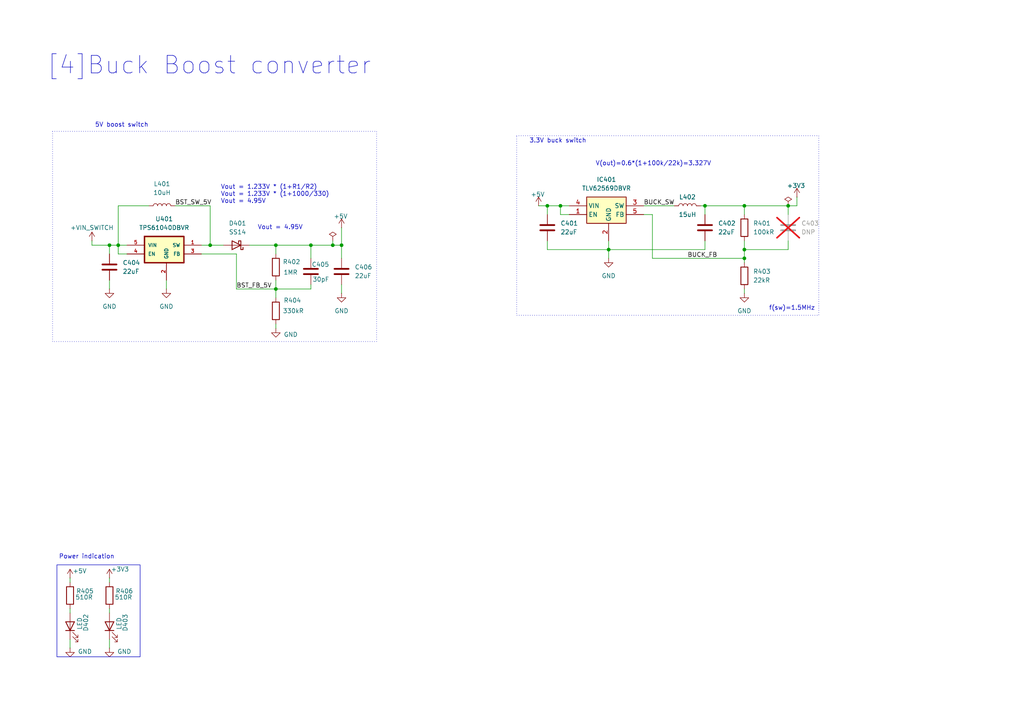
<source format=kicad_sch>
(kicad_sch (version 20250114) (generator "eeschema") (generator_version "9.0")
  (paper "A4")
  (lib_symbols
    (symbol "Device:C" (pin_numbers (hide yes)) (pin_names (offset 0.254))
      (property "Reference" "C" (at 0.635 2.54 0))
      (property "Value" "C" (at 0.635 -2.54 0))
      (symbol "C_0_1"
        (polyline (pts (xy -2.032 0.762) (xy 2.032 0.762)) (stroke (width 0.508)))
        (polyline (pts (xy -2.032 -0.762) (xy 2.032 -0.762)) (stroke (width 0.508)))
      )
      (symbol "C_1_1"
        (pin passive line (at 0 3.81 270) (length 2.794) (name "~") (number "1"))
        (pin passive line (at 0 -3.81 90) (length 2.794) (name "~") (number "2"))
      )
    )
    (symbol "Device:L" (pin_numbers (hide yes)) (pin_names (offset 1.016) (hide yes))
      (property "Reference" "L" (at -1.27 0 90))
      (property "Value" "L" (at 1.905 0 90))
      (symbol "L_0_1"
        (arc (start 0 2.54) (mid 0.6323 1.905) (end 0 1.27))
        (arc (start 0 1.27) (mid 0.6323 0.635) (end 0 0))
        (arc (start 0 0) (mid 0.6323 -0.635) (end 0 -1.27))
        (arc (start 0 -1.27) (mid 0.6323 -1.905) (end 0 -2.54))
      )
      (symbol "L_1_1"
        (pin passive line (at 0 3.81 270) (length 1.27) (name "1") (number "1"))
        (pin passive line (at 0 -3.81 90) (length 1.27) (name "2") (number "2"))
      )
    )
    (symbol "Device:LED" (pin_numbers (hide yes)) (pin_names (offset 1.016) (hide yes))
      (property "Reference" "D" (at 0 2.54 0))
      (property "Value" "LED" (at 0 -2.54 0))
      (symbol "LED_0_1"
        (polyline (pts (xy -3.048 -0.762) (xy -4.572 -2.286) (xy -3.81 -2.286) (xy -4.572 -2.286) (xy -4.572 -1.524)))
        (polyline (pts (xy -1.778 -0.762) (xy -3.302 -2.286) (xy -2.54 -2.286) (xy -3.302 -2.286) (xy -3.302 -1.524)))
        (polyline (pts (xy -1.27 0) (xy 1.27 0)))
        (polyline (pts (xy -1.27 -1.27) (xy -1.27 1.27)) (stroke (width 0.254)))
        (polyline (pts (xy 1.27 -1.27) (xy 1.27 1.27) (xy -1.27 0) (xy 1.27 -1.27)) (stroke (width 0.254)))
      )
      (symbol "LED_1_1"
        (pin passive line (at -3.81 0 0) (length 2.54) (name "K") (number "1"))
        (pin passive line (at 3.81 0 180) (length 2.54) (name "A") (number "2"))
      )
    )
    (symbol "Device:R" (pin_numbers (hide yes)) (pin_names (offset 0))
      (property "Reference" "R" (at 2.032 0 90))
      (property "Value" "R" (at 0 0 90))
      (symbol "R_0_1"
        (rectangle (start -1.016 -2.54) (end 1.016 2.54) (stroke (width 0.254)))
      )
      (symbol "R_1_1"
        (pin passive line (at 0 3.81 270) (length 1.27) (name "~") (number "1"))
        (pin passive line (at 0 -3.81 90) (length 1.27) (name "~") (number "2"))
      )
    )
    (symbol "Diode:SS14" (pin_numbers (hide yes)) (pin_names (offset 1.016) (hide yes))
      (property "Reference" "D" (at 0 2.54 0))
      (property "Value" "SS14" (at 0 -2.54 0))
      (symbol "SS14_0_1"
        (polyline (pts (xy -1.905 0.635) (xy -1.905 1.27) (xy -1.27 1.27) (xy -1.27 -1.27) (xy -0.635 -1.27) (xy -0.635 -0.635)) (stroke (width 0.254)))
        (polyline (pts (xy 1.27 1.27) (xy 1.27 -1.27) (xy -1.27 0) (xy 1.27 1.27)) (stroke (width 0.254)))
        (polyline (pts (xy 1.27 0) (xy -1.27 0)))
      )
      (symbol "SS14_1_1"
        (pin passive line (at -3.81 0 0) (length 2.54) (name "K") (number "1"))
        (pin passive line (at 3.81 0 180) (length 2.54) (name "A") (number "2"))
      )
    )
    (symbol "power:+3.3V" (power) (pin_numbers (hide yes)) (pin_names (offset 0) (hide yes))
      (property "Value" "+3.3V" (at 0 3.556 0))
      (symbol "+3.3V_0_1"
        (polyline (pts (xy -0.762 1.27) (xy 0 2.54)))
        (polyline (pts (xy 0 2.54) (xy 0.762 1.27)))
        (polyline (pts (xy 0 0) (xy 0 2.54)))
      )
      (symbol "+3.3V_1_1"
        (pin power_in line (at 0 0 90) (length 0) (name "~") (number "1"))
      )
    )
    (symbol "power:+5V" (power) (pin_numbers (hide yes)) (pin_names (offset 0) (hide yes))
      (property "Value" "+5V" (at 0 3.556 0))
      (symbol "+5V_0_1"
        (polyline (pts (xy -0.762 1.27) (xy 0 2.54)))
        (polyline (pts (xy 0 2.54) (xy 0.762 1.27)))
        (polyline (pts (xy 0 0) (xy 0 2.54)))
      )
      (symbol "+5V_1_1"
        (pin power_in line (at 0 0 90) (length 0) (name "~") (number "1"))
      )
    )
    (symbol "power:GND" (power) (pin_numbers (hide yes)) (pin_names (offset 0) (hide yes))
      (property "Value" "GND" (at 0 -3.81 0))
      (symbol "GND_0_1"
        (polyline (pts (xy 0 0) (xy 0 -1.27) (xy 1.27 -1.27) (xy 0 -2.54) (xy -1.27 -1.27) (xy 0 -1.27)))
      )
      (symbol "GND_1_1"
        (pin power_in line (at 0 0 270) (length 0) (name "~") (number "1"))
      )
    )
    (symbol "power:PWR_FLAG" (power) (pin_numbers (hide yes)) (pin_names (offset 0) (hide yes))
      (property "Value" "PWR_FLAG" (at 0 3.81 0))
      (symbol "PWR_FLAG_0_0"
        (pin power_out line (at 0 0 90) (length 0) (name "~") (number "1"))
      )
      (symbol "PWR_FLAG_0_1"
        (polyline (pts (xy 0 0) (xy 0 1.27) (xy -1.016 1.905) (xy 0 2.54) (xy 1.016 1.905) (xy 0 1.27)))
      )
    )
    (symbol "psu:TLV62569DBVR"
      (property "Reference" "IC" (at 10.414 4.572 0))
      (property "Value" "TLV62569DBVR" (at 10.414 2.032 0))
      (symbol "TLV62569DBVR_1_1"
        (rectangle (start 0 0) (end 11.43 -7.62) (stroke (width 0.254)) (fill (type background)))
        (pin passive line (at -5.08 -2.54 0) (length 5.08) (name "VIN") (number "4"))
        (pin passive line (at -5.08 -5.08 0) (length 5.08) (name "EN") (number "1"))
        (pin passive line (at 6.35 -12.7 90) (length 5.08) (name "GND") (number "2"))
        (pin passive line (at 16.51 -2.54 180) (length 5.08) (name "SW") (number "3"))
        (pin passive line (at 16.51 -5.08 180) (length 5.08) (name "FB") (number "5"))
      )
    )
    (symbol "psu:TPS61040DBVR" (pin_names (offset 1.016))
      (property "Reference" "U" (at 0 1 0))
      (property "Value" "TPS61040DBVR" (at -0.508 -16.51 0))
      (symbol "TPS61040DBVR_0_0"
        (rectangle (start 0 0) (end 11.43 -7.62) (stroke (width 0.41)) (fill (type background)))
        (pin input line (at -5.08 -2.54 0) (length 5.08) (name "VIN") (number "5"))
        (pin input line (at -5.08 -5.08 0) (length 5.08) (name "EN") (number "4"))
        (pin power_in line (at 6.35 -12.7 90) (length 5.08) (name "GND") (number "2"))
        (pin bidirectional line (at 16.51 -2.54 180) (length 5.08) (name "SW") (number "1"))
        (pin input line (at 16.51 -5.08 180) (length 5.08) (name "FB") (number "3"))
      )
    )
  )
  (rectangle (start 16.51 163.83) (end 40.64 190.5))
  (rectangle (start 149.86 39.37) (end 237.49 91.44) (stroke (width 0) (type dot)))
  (rectangle (start 15.24 38.1) (end 109.22 99.06) (stroke (width 0) (type dot)))
  (text "Vout = 1.233V * (1+R1/R2)\nVout = 1.233V * (1+1000/330)\nVout = 4.95V" (at 64.008 56.388 0) (effects (font (size 1.27 1.27)) (justify left)))
  (text "[4]Buck Boost converter" (at 60.706 19.05 0) (effects (font (size 5.08 5.08))))
  (text "Vout = 4.95V" (at 81.28 66.04 0) (effects (font (size 1.27 1.27))))
  (text "3.3V buck switch" (at 161.798 40.894 0) (effects (font (size 1.27 1.27))))
  (text "Power indication" (at 25.146 161.544 0) (effects (font (size 1.27 1.27))))
  (text "V(out)=0.6*(1+100k/22k)=3.327V" (at 172.72 48.26 0) (effects (font (size 1.27 1.27)) (justify left bottom)))
  (text "f(sw)=1.5MHz" (at 223.012 90.17 0) (effects (font (size 1.27 1.27)) (justify left bottom)))
  (text "5V boost switch" (at 35.306 36.322 0) (effects (font (size 1.27 1.27))))
  (junction (at 90.17 71.12))
  (junction (at 215.9 72.39))
  (junction (at 34.29 71.12))
  (junction (at 158.75 59.69))
  (junction (at 176.53 72.39))
  (junction (at 99.06 71.12))
  (junction (at 228.6 59.69))
  (junction (at 215.9 74.93))
  (junction (at 215.9 59.69))
  (junction (at 60.96 71.12))
  (junction (at 80.01 71.12))
  (junction (at 204.47 59.69))
  (junction (at 96.52 71.12))
  (junction (at 162.56 59.69))
  (junction (at 31.75 71.12))
  (junction (at 80.01 83.82))
  (wire (pts (xy 48.26 81.28) (xy 48.26 83.82)))
  (wire (pts (xy 26.67 71.12) (xy 26.67 69.85)))
  (wire (pts (xy 31.75 83.82) (xy 31.75 81.28)))
  (wire (pts (xy 90.17 83.82) (xy 80.01 83.82)))
  (wire (pts (xy 158.75 72.39) (xy 176.53 72.39)))
  (wire (pts (xy 231.14 57.15) (xy 231.14 59.69)))
  (wire (pts (xy 50.8 59.69) (xy 60.96 59.69)))
  (wire (pts (xy 215.9 72.39) (xy 228.6 72.39)))
  (wire (pts (xy 68.58 83.82) (xy 68.58 73.66)))
  (wire (pts (xy 228.6 59.69) (xy 228.6 62.23)))
  (wire (pts (xy 215.9 69.85) (xy 215.9 72.39)))
  (wire (pts (xy 204.47 59.69) (xy 203.2 59.69)))
  (wire (pts (xy 31.75 185.42) (xy 31.75 187.96)))
  (wire (pts (xy 176.53 72.39) (xy 204.47 72.39)))
  (wire (pts (xy 189.23 74.93) (xy 189.23 62.23)))
  (wire (pts (xy 158.75 59.69) (xy 158.75 62.23)))
  (wire (pts (xy 34.29 71.12) (xy 36.83 71.12)))
  (wire (pts (xy 34.29 73.66) (xy 36.83 73.66)))
  (wire (pts (xy 215.9 74.93) (xy 215.9 76.2)))
  (wire (pts (xy 80.01 71.12) (xy 80.01 73.66)))
  (wire (pts (xy 60.96 71.12) (xy 64.77 71.12)))
  (wire (pts (xy 204.47 69.85) (xy 204.47 72.39)))
  (wire (pts (xy 215.9 72.39) (xy 215.9 74.93)))
  (wire (pts (xy 80.01 71.12) (xy 90.17 71.12)))
  (wire (pts (xy 176.53 69.85) (xy 176.53 72.39)))
  (wire (pts (xy 90.17 71.12) (xy 90.17 74.93)))
  (wire (pts (xy 158.75 59.69) (xy 156.21 59.69)))
  (wire (pts (xy 204.47 59.69) (xy 215.9 59.69)))
  (wire (pts (xy 90.17 82.55) (xy 90.17 83.82)))
  (wire (pts (xy 215.9 83.82) (xy 215.9 85.09)))
  (wire (pts (xy 96.52 71.12) (xy 96.52 69.85)))
  (wire (pts (xy 68.58 83.82) (xy 80.01 83.82)))
  (wire (pts (xy 90.17 71.12) (xy 96.52 71.12)))
  (wire (pts (xy 31.75 167.64) (xy 31.75 168.91)))
  (wire (pts (xy 215.9 62.23) (xy 215.9 59.69)))
  (wire (pts (xy 204.47 59.69) (xy 204.47 62.23)))
  (wire (pts (xy 20.32 176.53) (xy 20.32 177.8)))
  (wire (pts (xy 34.29 71.12) (xy 34.29 59.69)))
  (wire (pts (xy 20.32 185.42) (xy 20.32 187.96)))
  (wire (pts (xy 26.67 71.12) (xy 31.75 71.12)))
  (wire (pts (xy 80.01 81.28) (xy 80.01 83.82)))
  (wire (pts (xy 99.06 85.09) (xy 99.06 82.55)))
  (wire (pts (xy 34.29 59.69) (xy 43.18 59.69)))
  (wire (pts (xy 189.23 74.93) (xy 215.9 74.93)))
  (wire (pts (xy 158.75 72.39) (xy 158.75 69.85)))
  (wire (pts (xy 99.06 66.04) (xy 99.06 71.12)))
  (wire (pts (xy 228.6 69.85) (xy 228.6 72.39)))
  (wire (pts (xy 31.75 71.12) (xy 34.29 71.12)))
  (wire (pts (xy 162.56 62.23) (xy 162.56 59.69)))
  (wire (pts (xy 186.69 59.69) (xy 195.58 59.69)))
  (wire (pts (xy 158.75 59.69) (xy 162.56 59.69)))
  (wire (pts (xy 228.6 59.69) (xy 231.14 59.69)))
  (wire (pts (xy 60.96 59.69) (xy 60.96 71.12)))
  (wire (pts (xy 58.42 71.12) (xy 60.96 71.12)))
  (wire (pts (xy 34.29 71.12) (xy 34.29 73.66)))
  (wire (pts (xy 80.01 71.12) (xy 72.39 71.12)))
  (wire (pts (xy 80.01 93.98) (xy 80.01 95.25)))
  (wire (pts (xy 162.56 59.69) (xy 165.1 59.69)))
  (wire (pts (xy 96.52 71.12) (xy 99.06 71.12)))
  (wire (pts (xy 99.06 71.12) (xy 99.06 74.93)))
  (wire (pts (xy 20.32 167.64) (xy 20.32 168.91)))
  (wire (pts (xy 165.1 62.23) (xy 162.56 62.23)))
  (wire (pts (xy 189.23 62.23) (xy 186.69 62.23)))
  (wire (pts (xy 31.75 71.12) (xy 31.75 73.66)))
  (wire (pts (xy 58.42 73.66) (xy 68.58 73.66)))
  (wire (pts (xy 176.53 72.39) (xy 176.53 74.93)))
  (wire (pts (xy 215.9 59.69) (xy 228.6 59.69)))
  (wire (pts (xy 31.75 176.53) (xy 31.75 177.8)))
  (wire (pts (xy 80.01 83.82) (xy 80.01 86.36)))
  (label "BST_SW_5V" (at 50.8 59.69 0))
  (label "BUCK_FB" (at 199.39 74.93 0))
  (label "BUCK_SW" (at 186.69 59.69 0))
  (label "BST_FB_5V" (at 68.58 83.82 0))
  (symbol (lib_id "power:GND") (at 80.01 95.25 0) (mirror y) (unit 1)
    (property "Reference" "#PWR0410" (effects (hide yes)))
    (property "Value" "GND" (at 84.328 97.028 0))
    (property "Description" "Power symbol creates a global label with name \"GND\" , ground" (effects (hide yes)))
  )
  (symbol (lib_id "Device:C") (at 99.06 78.74 0) (unit 1)
    (property "Reference" "C406" (at 102.87 77.47 0) (effects (justify left)))
    (property "Value" "22uF" (at 102.87 80.01 0) (effects (justify left)))
    (property "Footprint" "Capacitor_SMD:C_0603_1608Metric" (effects (hide yes)))
    (property "Manufacturer" "Samsung Electro-Mechanics" (effects (hide yes)))
    (property "DigiKey Part Number" "1276-6687-6-ND" (effects (hide yes)))
    (property "Manufacturer Part Number" "CL10A226MP8NUNE" (effects (hide yes)))
  )
  (symbol (lib_id "power:GND") (at 99.06 85.09 0) (mirror y) (unit 1)
    (property "Reference" "#PWR0408" (effects (hide yes)))
    (property "Value" "GND" (at 99.06 90.17 0))
    (property "Description" "Power symbol creates a global label with name \"GND\" , ground" (effects (hide yes)))
  )
  (symbol (lib_id "power:GND") (at 48.26 83.82 0) (mirror y) (unit 1)
    (property "Reference" "#PWR0407" (effects (hide yes)))
    (property "Value" "GND" (at 48.26 88.9 0))
    (property "Description" "Power symbol creates a global label with name \"GND\" , ground" (effects (hide yes)))
  )
  (symbol (lib_id "Device:C") (at 158.75 66.04 0) (unit 1)
    (property "Reference" "C401" (at 162.56 64.77 0) (effects (justify left)))
    (property "Value" "22uF" (at 162.56 67.31 0) (effects (justify left)))
    (property "Footprint" "Capacitor_SMD:C_0603_1608Metric" (effects (hide yes)))
    (property "Manufacturer" "Samsung Electro-Mechanics" (effects (hide yes)))
    (property "DigiKey Part Number" "1276-6687-6-ND" (effects (hide yes)))
    (property "Manufacturer Part Number" "CL10A226MP8NUNE" (effects (hide yes)))
  )
  (symbol (lib_id "power:+3.3V") (at 20.32 167.64 0) (unit 1)
    (property "Reference" "#PWR0411" (effects (hide yes)))
    (property "Value" "+5V" (at 23.114 165.608 0))
    (property "Description" "Power symbol creates a global label with name \"+5V\"" (effects (hide yes)))
  )
  (symbol (lib_id "power:GND") (at 215.9 85.09 0) (mirror y) (unit 1)
    (property "Reference" "#PWR0409" (effects (hide yes)))
    (property "Value" "GND" (at 215.9 90.17 0))
    (property "Description" "Power symbol creates a global label with name \"GND\" , ground" (effects (hide yes)))
  )
  (symbol (lib_id "power:PWR_FLAG") (at 228.6 59.69 0) (unit 1)
    (property "Reference" "#FLG0401" (effects (hide yes)))
    (property "Value" "PWR_FLAG" (effects (hide yes)))
    (property "Description" "Special symbol for telling ERC where power comes from" (effects (hide yes)))
  )
  (symbol (lib_id "power:+5V") (at 26.67 69.85 0) (unit 1)
    (property "Reference" "#PWR0404" (effects (hide yes)))
    (property "Value" "+VIN_SWITCH" (at 26.67 66.04 0))
  )
  (symbol (lib_id "Device:C") (at 90.17 78.74 0) (mirror y) (unit 1)
    (property "Reference" "C405" (at 95.504 76.708 0) (effects (justify left)))
    (property "Value" "30pF" (at 95.504 81.026 0) (effects (justify left)))
    (property "Footprint" "Capacitor_SMD:C_0603_1608Metric" (effects (hide yes)))
    (property "Description" "Unpolarized capacitor" (effects (hide yes)))
    (property "Manufacturer" "YAGEO" (effects (hide yes)))
    (property "Manufacturer Part Number" "CC0603JRNPO9BN300" (effects (hide yes)))
  )
  (symbol (lib_id "Device:LED") (at 31.75 181.61 90) (unit 1)
    (property "Reference" "D403" (at 36.322 180.594 0))
    (property "Value" "LED" (at 34.544 180.848 0))
    (property "Footprint" "LED_SMD:LED_0603_1608Metric" (effects (hide yes)))
    (property "Description" "Light emitting diode" (effects (hide yes)))
    (property "Sim.Pins" "1=K 2=A" (effects (hide yes)))
    (property "Manufacturer" "XINGLIGHT" (effects (hide yes)))
    (property "Manufacturer Part Number" "XL-1608SURC-06" (effects (hide yes)))
  )
  (symbol (lib_id "Device:R") (at 215.9 66.04 180) (unit 1)
    (property "Reference" "R401" (at 218.44 64.77 0) (effects (justify right)))
    (property "Value" "100kR" (at 218.44 67.31 0) (effects (justify right)))
    (property "Footprint" "Resistor_SMD:R_0402_1005Metric" (effects (hide yes)))
    (property "Manufacturer" "UNI-ROYAL(Uniroyal Elec)" (effects (hide yes)))
    (property "DigiKey Part Number" "P100KLDKR-ND" (effects (hide yes)))
    (property "Manufacturer Part Number" "0402WGF1003TCE" (effects (hide yes)))
  )
  (symbol (lib_id "power:GND") (at 176.53 74.93 0) (mirror y) (unit 1)
    (property "Reference" "#PWR0405" (effects (hide yes)))
    (property "Value" "GND" (at 176.53 80.01 0))
    (property "Description" "Power symbol creates a global label with name \"GND\" , ground" (effects (hide yes)))
  )
  (symbol (lib_id "power:GND") (at 31.75 83.82 0) (mirror y) (unit 1)
    (property "Reference" "#PWR0406" (effects (hide yes)))
    (property "Value" "GND" (at 31.75 88.9 0))
    (property "Description" "Power symbol creates a global label with name \"GND\" , ground" (effects (hide yes)))
  )
  (symbol (lib_id "Device:C") (at 204.47 66.04 0) (unit 1)
    (property "Reference" "C402" (at 208.28 64.77 0) (effects (justify left)))
    (property "Value" "22uF" (at 208.28 67.31 0) (effects (justify left)))
    (property "Footprint" "Capacitor_SMD:C_0603_1608Metric" (effects (hide yes)))
    (property "Manufacturer" "Samsung Electro-Mechanics" (effects (hide yes)))
    (property "DigiKey Part Number" "1276-6687-6-ND" (effects (hide yes)))
    (property "Manufacturer Part Number" "CL10A226MP8NUNE" (effects (hide yes)))
  )
  (symbol (lib_id "Device:C") (at 31.75 77.47 0) (unit 1)
    (property "Reference" "C404" (at 35.56 76.2 0) (effects (justify left)))
    (property "Value" "22uF" (at 35.56 78.74 0) (effects (justify left)))
    (property "Footprint" "Capacitor_SMD:C_0603_1608Metric" (effects (hide yes)))
    (property "Manufacturer" "Samsung Electro-Mechanics" (effects (hide yes)))
    (property "DigiKey Part Number" "1276-6687-6-ND" (effects (hide yes)))
    (property "Manufacturer Part Number" "CL10A226MP8NUNE" (effects (hide yes)))
  )
  (symbol (lib_id "psu:TPS61040DBVR") (at 41.91 68.58 0) (unit 1)
    (property "Reference" "U401" (at 47.625 63.5 0))
    (property "Value" "TPS61040DBVR" (at 47.625 66.04 0))
    (property "Footprint" "psu:TPS61040DBVR" (effects (hide yes)))
    (property "Manufacturer" "Texas Instruments" (effects (hide yes)))
    (property "Manufacturer Part Number" "TPS61040DBVR" (effects (hide yes)))
  )
  (symbol (lib_id "Device:L") (at 46.99 59.69 90) (unit 1)
    (property "Reference" "L401" (at 46.99 53.34 90))
    (property "Value" "10uH" (at 46.99 55.88 90))
    (property "Footprint" "Inductor_SMD:L_Changjiang_FXL0630" (effects (hide yes)))
    (property "Manufacturer" "cjiang (Changjiang Microelectronics Tech)" (effects (hide yes)))
    (property "Manufacturer Part Number" "FXL0630-100-M" (effects (hide yes)))
  )
  (symbol (lib_id "Device:R") (at 20.32 172.72 180) (unit 1)
    (property "Reference" "R405" (at 24.638 171.45 0))
    (property "Value" "510R" (at 24.384 173.228 0))
    (property "Footprint" "Resistor_SMD:R_0402_1005Metric" (effects (hide yes)))
    (property "Description" "Resistor" (effects (hide yes)))
    (property "Manufacturer" "UNI-ROYAL(Uniroyal Elec)" (effects (hide yes)))
    (property "Manufacturer Part Number" "0402WGF5100TCE" (effects (hide yes)))
  )
  (symbol (lib_id "power:+3.3V") (at 231.14 57.15 0) (unit 1)
    (property "Reference" "#PWR0401" (effects (hide yes)))
    (property "Value" "+3V3" (at 230.886 53.848 0))
    (property "Description" "Power symbol creates a global label with name \"+3.3V\"" (effects (hide yes)))
  )
  (symbol (lib_id "power:+3.3V") (at 31.75 167.64 0) (unit 1)
    (property "Reference" "#PWR0412" (effects (hide yes)))
    (property "Value" "+3V3" (at 34.798 165.1 0))
    (property "Description" "Power symbol creates a global label with name \"+3.3V\"" (effects (hide yes)))
  )
  (symbol (lib_id "Device:R") (at 80.01 77.47 0) (mirror y) (unit 1)
    (property "Reference" "R402" (at 87.122 75.946 0) (effects (justify left)))
    (property "Value" "1MR" (at 86.36 78.994 0) (effects (justify left)))
    (property "Footprint" "Resistor_SMD:R_0402_1005Metric" (effects (hide yes)))
    (property "Description" "Resistor" (effects (hide yes)))
    (property "Manufacturer" "UNI-ROYAL(Uniroyal Elec)" (effects (hide yes)))
    (property "Manufacturer Part Number" "0402WGF1004TCE" (effects (hide yes)))
  )
  (symbol (lib_id "Device:R") (at 31.75 172.72 180) (unit 1)
    (property "Reference" "R406" (at 36.068 171.45 0))
    (property "Value" "510R" (at 35.814 173.228 0))
    (property "Footprint" "Resistor_SMD:R_0402_1005Metric" (effects (hide yes)))
    (property "Description" "Resistor" (effects (hide yes)))
    (property "Manufacturer" "UNI-ROYAL(Uniroyal Elec)" (effects (hide yes)))
    (property "Manufacturer Part Number" "0402WGF5100TCE" (effects (hide yes)))
  )
  (symbol (lib_id "power:GND") (at 20.32 187.96 0) (mirror y) (unit 1)
    (property "Reference" "#PWR0413" (effects (hide yes)))
    (property "Value" "GND" (at 24.638 188.976 0))
    (property "Description" "Power symbol creates a global label with name \"GND\" , ground" (effects (hide yes)))
  )
  (symbol (lib_id "power:GND") (at 31.75 187.96 0) (mirror y) (unit 1)
    (property "Reference" "#PWR0414" (effects (hide yes)))
    (property "Value" "GND" (at 36.068 188.976 0))
    (property "Description" "Power symbol creates a global label with name \"GND\" , ground" (effects (hide yes)))
  )
  (symbol (lib_id "psu:TLV62569DBVR") (at 170.18 57.15 0) (unit 1)
    (property "Reference" "IC401" (at 175.895 52.07 0))
    (property "Value" "TLV62569DBVR" (at 175.895 54.61 0))
    (property "Footprint" "psu:SOT95P280X145-5N" (effects (hide yes)))
    (property "Datasheet" "http://www.ti.com/lit/gpn/tlv62569" (effects (hide yes)))
    (property "Description" "2.5V-5.5V input, 2-A high efficiency step-down buck converter in SOT23 and SOT563 package" (effects (hide yes)))
    (property "Height" "1.45" (effects (hide yes)))
    (property "Arrow Part Number" "TLV62569DBVR" (effects (hide yes)))
    (property "Arrow Price/Stock" "https://www.arrow.com/en/products/tlv62569dbvr/texas-instruments?utm_currency=USD&region=nac" (effects (hide yes)))
    (property "Manufacturer" "Texas Instruments" (effects (hide yes)))
    (property "Manufacturer Part Number" "TLV62569DBVR" (effects (hide yes)))
  )
  (symbol (lib_id "Device:R") (at 80.01 90.17 0) (mirror y) (unit 1)
    (property "Reference" "R404" (at 87.376 87.122 0) (effects (justify left)))
    (property "Value" "330kR" (at 88.138 90.17 0) (effects (justify left)))
    (property "Footprint" "Resistor_SMD:R_0402_1005Metric" (effects (hide yes)))
    (property "Description" "Resistor" (effects (hide yes)))
    (property "Manufacturer" "UNI-ROYAL(Uniroyal Elec)" (effects (hide yes)))
    (property "Manufacturer Part Number" "0402WGF3303TCE" (effects (hide yes)))
  )
  (symbol (lib_id "power:+3.3V") (at 156.21 59.69 0) (unit 1)
    (property "Reference" "#PWR0402" (effects (hide yes)))
    (property "Value" "+5V" (at 155.956 56.388 0))
    (property "Description" "Power symbol creates a global label with name \"+5V\"" (effects (hide yes)))
  )
  (symbol (lib_id "Device:C") (at 228.6 66.04 0) (unit 1) (dnp yes)
    (property "Reference" "C403" (at 232.41 64.77 0) (effects (justify left)))
    (property "Value" "DNP" (at 232.41 67.31 0) (effects (justify left)))
    (property "Footprint" "Capacitor_SMD:C_0402_1005Metric" (effects (hide yes)))
  )
  (symbol (lib_id "Device:LED") (at 20.32 181.61 90) (unit 1)
    (property "Reference" "D402" (at 24.892 180.594 0))
    (property "Value" "LED" (at 23.114 180.848 0))
    (property "Footprint" "LED_SMD:LED_0603_1608Metric" (effects (hide yes)))
    (property "Description" "Light emitting diode" (effects (hide yes)))
    (property "Sim.Pins" "1=K 2=A" (effects (hide yes)))
    (property "Manufacturer" "XINGLIGHT" (effects (hide yes)))
    (property "Manufacturer Part Number" "XL-1608SURC-06" (effects (hide yes)))
  )
  (symbol (lib_id "power:+3.3V") (at 99.06 66.04 0) (unit 1)
    (property "Reference" "#PWR0403" (effects (hide yes)))
    (property "Value" "+5V" (at 98.806 62.738 0))
    (property "Description" "Power symbol creates a global label with name \"+5V\"" (effects (hide yes)))
  )
  (symbol (lib_id "power:PWR_FLAG") (at 96.52 69.85 0) (unit 1)
    (property "Reference" "#FLG0402" (effects (hide yes)))
    (property "Value" "PWR_FLAG" (effects (hide yes)))
    (property "Description" "Special symbol for telling ERC where power comes from" (effects (hide yes)))
  )
  (symbol (lib_id "Device:R") (at 215.9 80.01 180) (unit 1)
    (property "Reference" "R403" (at 218.44 78.74 0) (effects (justify right)))
    (property "Value" "22kR" (at 218.44 81.28 0) (effects (justify right)))
    (property "Footprint" "Resistor_SMD:R_0402_1005Metric" (effects (hide yes)))
    (property "Manufacturer" "UNI-ROYAL(Uniroyal Elec)" (effects (hide yes)))
    (property "DigiKey Part Number" "P22.0KLDKR-ND" (effects (hide yes)))
    (property "Manufacturer Part Number" "0402WGF2202TCE" (effects (hide yes)))
  )
  (symbol (lib_id "Diode:SS14") (at 68.58 71.12 180) (unit 1)
    (property "Reference" "D401" (at 68.8975 64.77 0))
    (property "Value" "SS14" (at 68.8975 67.31 0))
    (property "Footprint" "Diode_SMD:D_SMA" (effects (hide yes)))
    (property "Datasheet" "https://www.lcsc.com/datasheet/C266551.pdf" (effects (hide yes)))
    (property "Description" "Diode 40V 1A Surface Mount SMA(DO-214AC)" (effects (hide yes)))
    (property "Manufacturer" "BORN" (effects (hide yes)))
    (property "Manufacturer Part Number" "SS14" (effects (hide yes)))
  )
  (symbol (lib_id "Device:L") (at 199.39 59.69 90) (unit 1)
    (property "Reference" "L402" (at 199.39 57.15 90))
    (property "Value" "15uH" (at 199.39 62.23 90))
    (property "Footprint" "Inductor_SMD:L_Changjiang_FXL0630" (effects (hide yes)))
    (property "Manufacturer" "cjiang (Changjiang Microelectronics Tech)" (effects (hide yes)))
    (property "DigiKey Part Number" "3442-MWSA0603S-150MTDKR-ND" (effects (hide yes)))
    (property "Manufacturer Part Number" "FXL0630-150-M" (effects (hide yes)))
  )
)
</source>
